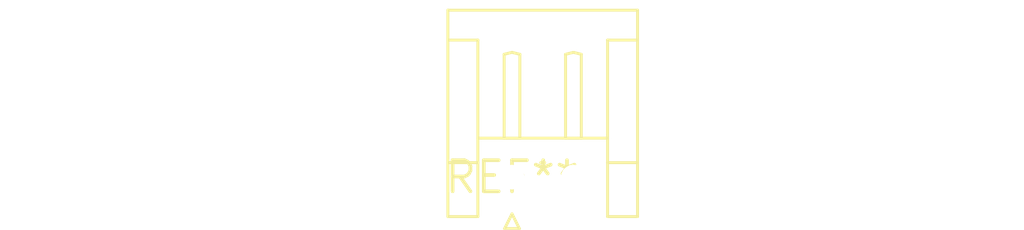
<source format=kicad_pcb>
(kicad_pcb (version 20240108) (generator pcbnew)
  (layers (0 "F.Cu" signal) (31 "B.Cu" signal) (34 "B.Paste" user) (35 "F.Paste" user) (36 "B.SilkS" user "B.Silkscreen") (37 "F.SilkS" user "F.Silkscreen") (38 "B.Mask" user) (39 "F.Mask" user) (44 "Edge.Cuts" user))
  (net 0 "")
  (footprint "JST_EH_S2B-EH_1x02_P2.50mm_Horizontal" (layer "F.Cu") (at 0 0)
    (property "Reference" "REF**")
    (property "Value" "JST_EH_S2B-EH_1x02_P2.50mm_Horizontal")
    (fp_line (start -2.61 -6.81) (end 5.11 -6.81) (layer "F.SilkS") (stroke (width 0.12)))
    (fp_line (start -2.61 -5.59) (end -1.39 -5.59) (layer "F.SilkS") (stroke (width 0.12)))
    (fp_line (start -2.61 1.61) (end -2.61 -6.81) (layer "F.SilkS") (stroke (width 0.12)))
    (fp_line (start -1.39 -5.59) (end -1.39 -0.59) (layer "F.SilkS") (stroke (width 0.12)))
    (fp_line (start -1.39 -1.59) (end 3.89 -1.59) (layer "F.SilkS") (stroke (width 0.12)))
    (fp_line (start -1.39 -0.59) (end -2.61 -0.59) (layer "F.SilkS") (stroke (width 0.12)))
    (fp_line (start -1.39 -0.59) (end -1.39 1.61) (layer "F.SilkS") (stroke (width 0.12)))
    (fp_line (start -1.39 1.61) (end -2.61 1.61) (layer "F.SilkS") (stroke (width 0.12)))
    (fp_line (start -0.32 -5.01) (end 0 -5.09) (layer "F.SilkS") (stroke (width 0.12)))
    (fp_line (start -0.32 -1.59) (end -0.32 -5.01) (layer "F.SilkS") (stroke (width 0.12)))
    (fp_line (start -0.3 2.1) (end 0.3 2.1) (layer "F.SilkS") (stroke (width 0.12)))
    (fp_line (start 0 -5.09) (end 0.32 -5.01) (layer "F.SilkS") (stroke (width 0.12)))
    (fp_line (start 0 -1.59) (end -0.32 -1.59) (layer "F.SilkS") (stroke (width 0.12)))
    (fp_line (start 0 1.5) (end -0.3 2.1) (layer "F.SilkS") (stroke (width 0.12)))
    (fp_line (start 0.3 2.1) (end 0 1.5) (layer "F.SilkS") (stroke (width 0.12)))
    (fp_line (start 0.32 -5.01) (end 0.32 -1.59) (layer "F.SilkS") (stroke (width 0.12)))
    (fp_line (start 0.32 -1.59) (end 0 -1.59) (layer "F.SilkS") (stroke (width 0.12)))
    (fp_line (start 1.17 -0.59) (end 1.33 -0.59) (layer "F.SilkS") (stroke (width 0.12)))
    (fp_line (start 2.18 -5.01) (end 2.5 -5.09) (layer "F.SilkS") (stroke (width 0.12)))
    (fp_line (start 2.18 -1.59) (end 2.18 -5.01) (layer "F.SilkS") (stroke (width 0.12)))
    (fp_line (start 2.5 -5.09) (end 2.82 -5.01) (layer "F.SilkS") (stroke (width 0.12)))
    (fp_line (start 2.5 -1.59) (end 2.18 -1.59) (layer "F.SilkS") (stroke (width 0.12)))
    (fp_line (start 2.82 -5.01) (end 2.82 -1.59) (layer "F.SilkS") (stroke (width 0.12)))
    (fp_line (start 2.82 -1.59) (end 2.5 -1.59) (layer "F.SilkS") (stroke (width 0.12)))
    (fp_line (start 3.89 -5.59) (end 3.89 -0.59) (layer "F.SilkS") (stroke (width 0.12)))
    (fp_line (start 3.89 -0.59) (end 5.11 -0.59) (layer "F.SilkS") (stroke (width 0.12)))
    (fp_line (start 3.89 1.61) (end 3.89 -0.59) (layer "F.SilkS") (stroke (width 0.12)))
    (fp_line (start 5.11 -6.81) (end 5.11 1.61) (layer "F.SilkS") (stroke (width 0.12)))
    (fp_line (start 5.11 -5.59) (end 3.89 -5.59) (layer "F.SilkS") (stroke (width 0.12)))
    (fp_line (start 5.11 1.61) (end 3.89 1.61) (layer "F.SilkS") (stroke (width 0.12)))
    (pad "1" thru_hole roundrect (at 0 0) (size 1.7 2) (drill 1) (layers *.Cu *.Mask) (remove_unused_layers) (roundrect_rratio 0.147059))
    (pad "2" thru_hole oval (at 2.5 0) (size 1.7 2) (drill 1) (layers *.Cu *.Mask) (remove_unused_layers))
  )
)
</source>
